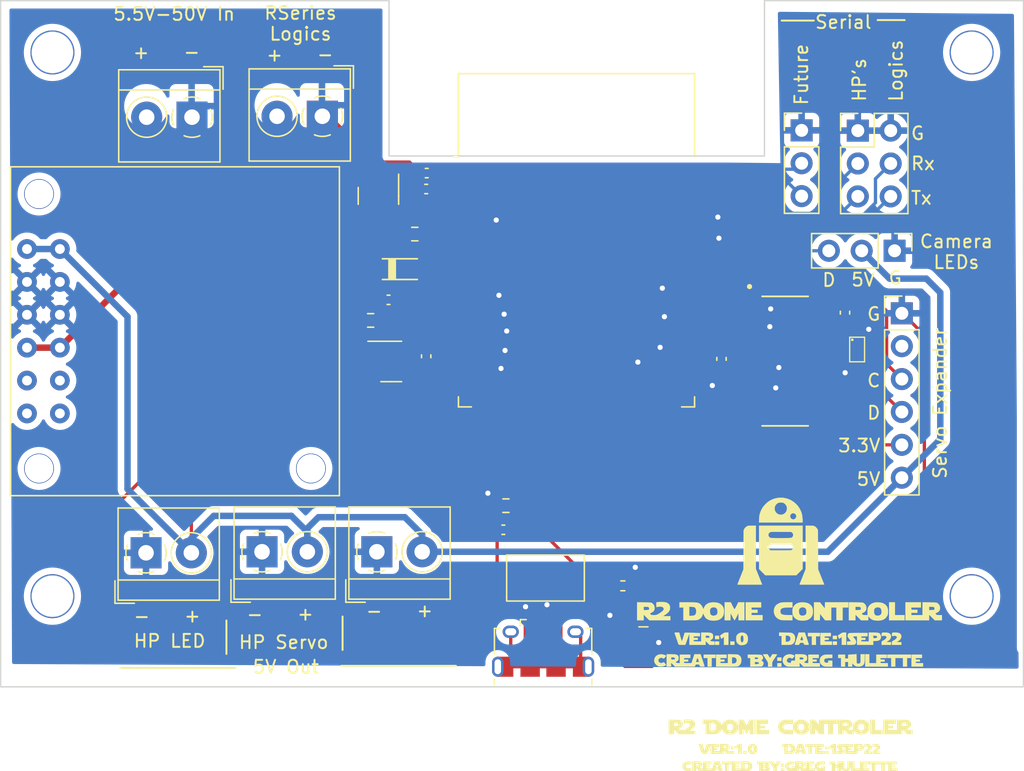
<source format=kicad_pcb>
(kicad_pcb (version 20211014) (generator pcbnew)
  (layers (0 "F.Cu" signal) (1 "In1.Cu" signal) (2 "In2.Cu" signal) (31 "B.Cu" signal) (34 "B.Paste" user) (35 "F.Paste" user) (36 "B.SilkS" user "B.Silkscreen") (37 "F.SilkS" user "F.Silkscreen") (38 "B.Mask" user) (39 "F.Mask" user) (44 "Edge.Cuts" user))
  (net 0 "")
  (net 1 "RX_FU")
  (net 2 "GND")
  (net 3 "+3.3V")
  (net 4 "VIN")
  (net 5 "VBUS")
  (net 8 "ST_LED_C")
  (net 9 "Net-(D1-Pad4)")
  (net 10 "D-")
  (net 11 "D+")
  (net 13 "unconnected-(J1-Pad6)")
  (net 15 "SCL")
  (net 16 "SDA")
  (net 17 "+5V")
  (net 18 "RX_RS")
  (net 19 "RX_HP")
  (net 20 "TX_RS")
  (net 21 "TX_HP")
  (net 22 "CL_D")
  (net 23 "Net-(R3-Pad1)")
  (net 24 "ST_LED_D")
  (net 31 "TX_FU")
  (net 40 "GPIO0")
  (net 45 "TXD0")
  (net 46 "RXD0")
  (net 55 "DTR")
  (net 56 "RTS")
  (net 58 "RESET")
  (net 63 "+12V")
  (footprint "TerminalBlock_4Ucon:TerminalBlock_4Ucon_1x02_P3.50mm_Horizontal" (layer "F.Cu") (at 87.78 66 180)
    (fp_text reference "J5" hide)
    (fp_text value "12IN" hide)
  )
  (footprint "Logos:DomeControllerVersioning" (layer "F.Cu") (at 133.92 105.94)
    (fp_text reference "G***" hide)
    (fp_text value "LOGO" hide)
  )
  (footprint "Capacitor_SMD:C_0402_1005Metric" (layer "F.Cu") (at 138.22 81.1 -90)
    (fp_text reference "C4" hide)
    (fp_text value "10uF" hide)
  )
  (footprint "TerminalBlock_4Ucon:TerminalBlock_4Ucon_1x02_P3.50mm_Horizontal" (layer "F.Cu") (at 93.19 99.57)
    (fp_text reference "J8" hide)
    (fp_text value "HP Servo" hide)
  )
  (footprint "Resistor_SMD:R_0603_1608Metric" (layer "F.Cu") (at 104.99 75.03)
    (fp_text reference "R2" hide)
    (fp_text value "100K" hide)
  )
  (footprint "Resistor_SMD:R_0603_1608Metric" (layer "F.Cu") (at 101.58 81.7)
    (fp_text reference "R3" hide)
    (fp_text value "100K" hide)
  )
  (footprint "Connector_USB:USB_Micro-B_Amphenol_10118194_Horizontal" (layer "F.Cu") (at 114.9 107.15)
    (fp_text reference "J1" hide)
    (fp_text value "USB_B_Micro" hide)
  )
  (footprint "RF_Module:ESP32-WROOM-32" (layer "F.Cu") (at 117.48 78.5)
    (fp_text reference "U1" hide)
    (fp_text value "ESP32-WROOM-32D_16MB_")
  )
  (footprint "Capacitor_SMD:C_0402_1005Metric" (layer "F.Cu") (at 105.87 71.55 180)
    (fp_text reference "C3" hide)
    (fp_text value "100nF" hide)
  )
  (footprint "Capacitor_SMD:C_0402_1005Metric" (layer "F.Cu") (at 102.96 80.11 180)
    (fp_text reference "C5" hide)
    (fp_text value "1uF" hide)
  )
  (footprint "TerminalBlock_4Ucon:TerminalBlock_4Ucon_1x02_P3.50mm_Horizontal" (layer "F.Cu") (at 102.06 99.57)
    (fp_text reference "J9" hide)
    (fp_text value "5V Out" hide)
  )
  (footprint "Capacitor_SMD:C_0402_1005Metric" (layer "F.Cu") (at 105.91 70.32 180)
    (fp_text reference "C2" hide)
    (fp_text value "10uF" hide)
  )
  (footprint "Custom:GT-TC057A-H050-L1" (layer "F.Cu") (at 115.085 101.6)
    (fp_text reference "SW1" hide)
    (fp_text value "SW_Push" hide)
  )
  (footprint "Capacitor_SMD:C_0402_1005Metric" (layer "F.Cu") (at 105.87 84.47 -90)
    (fp_text reference "C7" hide)
    (fp_text value "1uF" hide)
  )
  (footprint "Logos:DomeControllerVersioning1" (layer "F.Cu") (at 134.01 114.52)
    (fp_text reference "G***" hide)
    (fp_text value "LOGO" hide)
  )
  (footprint "Custom:SOD3716X135N" (layer "F.Cu") (at 103.8385 77.7385)
    (fp_text reference "CR1" hide)
    (fp_text value "B5819W-TP" hide)
  )
  (footprint "Symbol:r2" (layer "F.Cu") (at 133.29 98.78)
    (fp_text reference "G***" hide)
    (fp_text value "LOGO" hide)
  )
  (footprint "MountingHole:MountingHole_3.2mm_M3" (layer "F.Cu") (at 77 61)
    (fp_text reference "REF**" hide)
    (fp_text value "MountingHole_3.2mm_M3" hide)
  )
  (footprint "Connector_PinHeader_2.54mm:PinHeader_2x03_P2.54mm_Vertical" (layer "F.Cu") (at 139.21 67.04)
    (fp_text reference "J3" hide)
    (fp_text value "Conn_02x03_Odd_Even" hide)
  )
  (footprint "Package_TO_SOT_SMD:SOT-23" (layer "F.Cu") (at 102.18 72.08 -90)
    (fp_text reference "U2" hide)
    (fp_text value "CJ2301_S1" hide)
  )
  (footprint "MountingHole:MountingHole_3.2mm_M3" (layer "F.Cu") (at 77 103)
    (fp_text reference "REF**" hide)
    (fp_text value "MountingHole_3.2mm_M3" hide)
  )
  (footprint "Connector_PinHeader_2.54mm:PinHeader_1x06_P2.54mm_Vertical" (layer "F.Cu") (at 142.61 81.15)
    (fp_text reference "J2" hide)
    (fp_text value "Servo Header" hide)
  )
  (footprint "Capacitor_SMD:C_0402_1005Metric" (layer "F.Cu") (at 128.68 84.67 -90)
    (fp_text reference "C6" hide)
    (fp_text value "100nF" hide)
  )
  (footprint "LED_SMD:LED-APA102-2020" (layer "F.Cu") (at 121.8 106.77 180)
    (fp_text reference "D1" hide)
    (fp_text value "APA102-2020" hide)
  )
  (footprint "MountingHole:MountingHole_3.2mm_M3" (layer "F.Cu") (at 148 103)
    (fp_text reference "REF**" hide)
    (fp_text value "MountingHole_3.2mm_M3" hide)
  )
  (footprint "Connector_PinHeader_2.54mm:PinHeader_1x03_P2.54mm_Vertical" (layer "F.Cu") (at 142.05 76.32 -90)
    (fp_text reference "J4" hide)
    (fp_text value "Conn_01x03" hide)
  )
  (footprint "MountingHole:MountingHole_3.2mm_M3" (layer "F.Cu") (at 148 61)
    (fp_text reference "REF**" hide)
    (fp_text value "MountingHole_3.2mm_M3" hide)
  )
  (footprint "Connector_PinHeader_2.54mm:PinHeader_1x03_P2.54mm_Vertical" (layer "F.Cu") (at 134.87 67.02)
    (fp_text reference "J10" hide)
    (fp_text value "Conn_01x03" hide)
  )
  (footprint "TerminalBlock_4Ucon:TerminalBlock_4Ucon_1x02_P3.50mm_Horizontal" (layer "F.Cu") (at 84.23 99.65)
    (fp_text reference "J7" hide)
    (fp_text value "HP" hide)
  )
  (footprint "Pololu:D36V50F5-STEPDOWN" (layer "F.Cu") (at 86.465 82.535 -90)
    (fp_text reference "U6" hide)
    (fp_text value "D36V50F5-STEPDOWN" hide)
  )
  (footprint "Resistor_SMD:R_0402_1005Metric" (layer "F.Cu") (at 121.06 102.2)
    (fp_text reference "R4" hide)
    (fp_text value "220" hide)
  )
  (footprint "Capacitor_SMD:C_0402_1005Metric" (layer "F.Cu") (at 111.83 97.87)
    (fp_text reference "C1" hide)
    (fp_text value "100nF" hide)
  )
  (footprint "Custom:UMT6" (layer "F.Cu") (at 139.155 83.9458)
    (fp_text reference "U5" hide)
    (fp_text value "UMH3N" hide)
  )
  (footprint "Custom:SOIC127P600X180-16N" (layer "F.Cu") (at 133.595 84.84)
    (fp_text reference "U4" hide)
    (fp_text value "CH340C" hide)
  )
  (footprint "TerminalBlock_4Ucon:TerminalBlock_4Ucon_1x02_P3.50mm_Horizontal" (layer "F.Cu") (at 97.85 65.93 180)
    (fp_text reference "J6" hide)
    (fp_text value "RSeries Logics" hide)
  )
  (footprint "Package_TO_SOT_SMD:SOT-23-5" (layer "F.Cu") (at 103.17 84.87)
    (fp_text reference "U3" hide)
    (fp_text value "ME6211C33M5G" hide)
  )
  (footprint "Resistor_SMD:R_0603_1608Metric" (layer "F.Cu") (at 112.03 96.01 180)
    (fp_text reference "R1" hide)
    (fp_text value "10K" hide)
  )
  (gr_line (start 99.41 104.57) (end 99.41 107.15) (layer "F.SilkS") (width 0.15))
  (gr_line (start 135.81 58.54) (end 133.33 58.54) (layer "F.SilkS") (width 0.15))
  (gr_line (start 91.12 108.54) (end 82.25 108.54) (layer "F.SilkS") (width 0.15))
  (gr_line (start 90.44 104.88) (end 90.44 107.46) (layer "F.SilkS") (width 0.15))
  (gr_line (start 140.74 58.5) (end 142.83 58.5) (layer "F.SilkS") (width 0.15))
  (gr_line (start 108.165 108.38) (end 99.295 108.38) (layer "F.SilkS") (width 0.15))
  (gr_line (start 103 57) (end 103 69) (layer "Edge.Cuts") (width 0.1))
  (gr_line (start 132 57) (end 152 57) (layer "Edge.Cuts") (width 0.1))
  (gr_line (start 152 57) (end 152 110) (layer "Edge.Cuts") (width 0.1))
  (gr_line (start 152 110) (end 73 110) (layer "Edge.Cuts") (width 0.1))
  (gr_line locked (start 73 57) (end 103 57) (layer "Edge.Cuts") (width 0.1))
  (gr_line (start 73 110) (end 73 57) (layer "Edge.Cuts") (width 0.1))
  (gr_line (start 103 69) (end 132 69) (layer "Edge.Cuts") (width 0.1))
  (gr_line (start 132 69) (end 132 57) (layer "Edge.Cuts") (width 0.1))
  (gr_text "Camera\nLEDs" (at 146.82 76.4) (layer "F.SilkS") (effects (font (size 1 1))))
  (gr_text "5V Out" (at 95.03 108.46) (layer "F.SilkS") (effects (font (size 1 1))))
  (gr_text "HP LED" (at 86.05 106.46) (layer "F.SilkS") (effects (font (size 1 1))))
  (gr_text "Servo Expander" (at 145.56 88.09 90) (layer "F.SilkS") (effects (font (size 1 1))))
  (gr_text "Tx" (at 144.115714 72.24) (layer "F.SilkS") (effects (font (size 1 1))))
  (gr_text "+" (at 87.81 104.66 180) (layer "F.SilkS") (effects (font (size 1 1))))
  (gr_text "+" (at 83.85 60.99) (layer "F.SilkS") (effects (font (size 1 1))))
  (gr_text "-" (at 92.63 104.54 180) (layer "F.SilkS") (effects (font (size 1 1))))
  (gr_text "-" (at 87.76 60.96) (layer "F.SilkS") (effects (font (size 1 1))))
  (gr_text "+" (at 94.16 61.18) (layer "F.SilkS") (effects (font (size 1 1))))
  (gr_text "5V" (at 140.035238 93.96) (layer "F.SilkS") (effects (font (size 1 1))))
  (gr_text "G" (at 142.1 78.41) (layer "F.SilkS") (effects (font (size 1 1))))
  (gr_text "HP Servo" (at 94.86 106.56) (layer "F.SilkS") (effects (font (size 1 1))))
  (gr_text "D" (at 140.44 88.84) (layer "F.SilkS") (effects (font (size 1 1))))
  (gr_text "+" (at 96.54 104.51 180) (layer "F.SilkS") (effects (font (size 1 1))))
  (gr_text "G" (at 140.44 81.21) (layer "F.SilkS") (effects (font (size 1 1))))
  (gr_text "HP's" (at 139.33 63.122858 90) (layer "F.SilkS") (effects (font (size 1 1))))
  (gr_text "5.5V-50V In" (at 86.4 58.03) (layer "F.SilkS") (effects (font (size 1 1))))
  (gr_text "RSeries\nLogics" (at 96.16 58.76) (layer "F.SilkS") (effects (font (size 1 1))))
  (gr_text "Serial" (at 138.09 58.66) (layer "F.SilkS") (effects (font (size 1 1))))
  (gr_text "3.3V" (at 139.320952 91.37) (layer "F.SilkS") (effects (font (size 1 1))))
  (gr_text "Logics" (at 142.16 62.408572 90) (layer "F.SilkS") (effects (font (size 1 1))))
  (gr_text "D" (at 136.98 78.58) (layer "F.SilkS") (effects (font (size 1 1))))
  (gr_text "Rx" (at 144.234762 69.58) (layer "F.SilkS") (effects (font (size 1 1))))
  (gr_text "Future" (at 134.85 62.71 90) (layer "F.SilkS") (effects (font (size 1 1))))
  (gr_text "-" (at 83.9 104.69 180) (layer "F.SilkS") (effects (font (size 1 1))))
  (gr_text "+" (at 105.76 104.25 180) (layer "F.SilkS") (effects (font (size 1 1))))
  (gr_text "5V" (at 139.62 78.56) (layer "F.SilkS") (effects (font (size 1 1))))
  (gr_text "-" (at 98.07 61.15) (layer "F.SilkS") (effects (font (size 1 1))))
  (gr_text "G" (at 143.83 67.25) (layer "F.SilkS") (effects (font (size 1 1))))
  (gr_text "-" (at 101.85 104.28 180) (layer "F.SilkS") (effects (font (size 1 1))))
  (gr_text "C" (at 140.44 86.35) (layer "F.SilkS") (effects (font (size 1 1))))
  (segment (start 108.98 86.755) (end 110.305 86.755) (width 0.254) (layer "F.Cu") (net 1))
  (segment (start 110.305 86.755) (end 111.65 85.41) (width 0.254) (layer "F.Cu") (net 1))
  (via (at 111.65 85.41) (size 0.8) (drill 0.4) (layers "F.Cu" "B.Cu") (net 1))
  (segment (start 109.12 82.88) (end 111.65 85.41) (width 0.254) (layer "B.Cu") (net 1))
  (segment (start 109.12 78.75) (end 109.12 82.88) (width 0.254) (layer "B.Cu") (net 1))
  (segment (start 117.85 70.02) (end 109.12 78.75) (width 0.254) (layer "B.Cu") (net 1))
  (segment (start 134.41 70.02) (end 117.85 70.02) (width 0.254) (layer "B.Cu") (net 1))
  (segment (start 134.87 69.56) (end 134.41 70.02) (width 0.254) (layer "B.Cu") (net 1))
  (segment (start 128.22 87.92) (end 128.25 87.95) (width 0.25) (layer "F.Cu") (net 2))
  (segment (start 138.27 79.52) (end 139.02 80.27) (width 0.254) (layer "F.Cu") (net 2))
  (segment (start 123.303489 108.426511) (end 121.223489 108.426511) (width 0.254) (layer "F.Cu") (net 2))
  (segment (start 108.41848 69.68348) (end 108.98 70.245) (width 0.254) (layer "F.Cu") (net 2))
  (segment (start 116.48 77.745) (end 113.94 80.285) (width 0.25) (layer "F.Cu") (net 2))
  (segment (start 116.48 77.745) (end 116.48 78.155386) (width 0.25) (layer "F.Cu") (net 2))
  (segment (start 104.821122 80.11) (end 106.26 78.671122) (width 0.25) (layer "F.Cu") (net 2))
  (segment (start 105.43 70.31) (end 106.05652 69.68348) (width 0.254) (layer "F.Cu") (net 2))
  (segment (start 116.48 74.995) (end 111.73 70.245) (width 0.25) (layer "F.Cu") (net 2))
  (segment (start 130.005 80.395) (end 130.845 80.395) (width 0.254) (layer "F.Cu") (net 2))
  (segment (start 105.815 75.03) (end 105.39 74.605) (width 0.25) (layer "F.Cu") (net 2))
  (segment (start 116.48 77.745) (end 116.48 74.995) (width 0.25) (layer "F.Cu") (net 2))
  (segment (start 102.0325 84.87) (end 102.416072 84.87) (width 0.25) (layer "F.Cu") (net 2))
  (segment (start 103.44 80.11) (end 104.821122 80.11) (width 0.25) (layer "F.Cu") (net 2))
  (segment (start 119.33 102.555) (end 118.375 101.6) (width 0.254) (layer "F.Cu") (net 2))
  (segment (start 118.375 101.6) (end 116.2 103.775) (width 0.254) (layer "F.Cu") (net 2))
  (segment (start 124.56 107.17) (end 123.303489 108.426511) (width 0.254) (layer "F.Cu") (net 2))
  (segment (start 124.23 87.83) (end 124.79 88.39) (width 0.25) (layer "F.Cu") (net 2))
  (segment (start 127.11 88.39) (end 127.58 87.92) (width 0.25) (layer "F.Cu") (net 2))
  (segment (start 121.23 70.245) (end 125.98 70.245) (width 0.25) (layer "F.Cu") (net 2))
  (segment (start 116.48 74.995) (end 121.23 70.245) (width 0.25) (layer "F.Cu") (net 2))
  (segment (start 128.25 87.95) (end 128.75 87.45) (width 0.25) (layer "F.Cu") (net 2))
  (segment (start 127.58 87.92) (end 128.22 87.92) (width 0.25) (layer "F.Cu") (net 2))
  (segment (start 108.64048 69.90548) (end 108.98 70.245) (width 0.25) (layer "F.Cu") (net 2))
  (segment (start 113.94 84.750978) (end 111.765 86.925978) (width 0.25) (layer "F.Cu") (net 2))
  (segment (start 105.87 85.744022) (end 107.880978 87.755) (width 0.25) (layer "F.Cu") (net 2))
  (segment (start 124.23 85.905386) (end 124.23 87.83) (width 0.25) (layer "F.Cu") (net 2))
  (segment (start 123.4 105.27) (end 123.46 105.33) (width 0.254) (layer "F.Cu") (net 2))
  (segment (start 124.79 88.39) (end 127.11 88.39) (width 0.25) (layer "F.Cu") (net 2))
  (segment (start 142.37 102.7) (end 144.35 100.72) (width 0.254) (layer "F.Cu") (net 2))
  (segment (start 124.286 102.7) (end 142.37 102.7) (width 0.254) (layer "F.Cu") (net 2))
  (segment (start 97.82 65.08) (end 97.82 65.36) (width 0.254) (layer "F.Cu") (net 2))
  (segment (start 113.94 80.285) (end 113.94 84.750978) (width 0.25) (layer "F.Cu") (net 2))
  (segment (start 103.32048 80.22952) (end 103.44 80.11) (width 0.25) (layer "F.Cu") (net 2))
  (segment (start 111.73 70.245) (end 108.98 70.245) (width 0.25) (layer "F.Cu") (net 2))
  (segment (start 105.87 84.95) (end 105.87 85.744022) (width 0.25) (layer "F.Cu") (net 2))
  (segment (start 121.8 105.416978) (end 121.946978 105.27) (width 0.254) (layer "F.Cu") (net 2))
  (segment (start 107.880978 87.755) (end 111.765 87.755) (width 0.25) (layer "F.Cu") (net 2))
  (segment (start 130.845 80.395) (end 131.655 80.395) (width 0.254) (layer "F.Cu") (net 2))
  (segment (start 121.8 105.186) (end 124.286 102.7) (width 0.254) (layer "F.Cu") (net 2))
  (segment (start 128.68 85.15) (end 127.97 85.15) (width 0.254) (layer "F.Cu") (net 2))
  (segment (start 144.35 82.84) (end 142.66 81.15) (width 0.254) (layer "F.Cu") (net 2))
  (segment (start 123.46 105.33) (end 123.66 105.33) (width 0.254) (layer "F.Cu") (net 2))
  (segment (start 106.05652 69.68348) (end 108.41848 69.68348) (width 0.254) (layer "F.Cu") (net 2))
  (segment (start 127.76 84.94) (end 127.76 82.64) (width 0.254) (layer "F.Cu") (net 2))
  (segment (start 142.66 81.15) (end 142.61 81.15) (width 0.254) (layer "F.Cu") (net 2))
  (segment (start 132.53 79.52) (end 138.27 79.52) (width 0.254) (layer "F.Cu") (net 2))
  (segment (start 138.83 81.58) (end 138.22 81.58) (width 0.254) (layer "F.Cu") (net 2))
  (segment (start 114.645 97.87) (end 118.375 101.6) (width 0.254) (layer "F.Cu") (net 2))
  (segment (start 119.33 106.2) (end 119.33 102.555) (width 0.254) (layer "F.Cu") (net 2))
  (segment (start 124.56 106.23) (end 124.56 107.17) (width 0.254) (layer "F.Cu") (net 2))
  (segment (start 128.75 87.45) (end 128.75 85.45) (width 0.25) (layer "F.Cu") (net 2))
  (segment (start 139.02 80.27) (end 139.02 81.39) (width 0.254) (layer "F.Cu") (net 2))
  (segment (start 97.82 65.36) (end 101.93 69.47) (width 0.254) (layer "F.Cu") (net 2))
  (segment (start 121.946978 105.27) (end 123.4 105.27) (width 0.254) (layer "F.Cu") (net 2))
  (segment (start 120.95 108.153022) (end 120.95 107.67) (width 0.254) (layer "F.Cu") (net 2))
  (segment (start 103.32048 83.965592) (end 103.32048 80.22952) (width 0.25) (layer "F.Cu") (net 2))
  (segment (start 120.8 107.67) (end 119.33 106.2) (width 0.254) (layer "F.Cu") (net 2))
  (segment (start 116.48 78.155386) (end 124.23 85.905386) (width 0.25) (layer "F.Cu") (net 2))
  (segment (start 105.43 70.32) (end 105.43 70.31) (width 0.254) (layer "F.Cu") (net 2))
  (segment (start 105.39 74.605) (end 105.39 71.55) (width 0.25) (layer "F.Cu") (net 2))
  (segment (start 121.8 106.18) (end 121.8 105.416978) (width 0.254) (layer "F.Cu") (net 2))
  (segment (start 127.97 85.15) (end 127.76 84.94) (width 0.254) (layer "F.Cu") (net 2))
  (segment (start 144.35 100.72) (end 144.35 82.84) (width 0.254) (layer "F.Cu") (net 2))
  (segment (start 105.43 70.32) (end 105.43 71.51) (width 0.254) (layer "F.Cu") (net 2))
  (segment (start 104.58 69.47) (end 105.43 70.32) (width 0.254) (layer "F.Cu") (net 2))
  (segment (start 112.31 97.87) (end 114.645 97.87) (width 0.254) (layer "F.Cu") (net 2))
  (segment (start 127.76 82.64) (end 130.005 80.395) (width 0.254) (layer "F.Cu") (net 2))
  (segment (start 116.2 103.775) (end 116.2 105.75) (width 0.254) (layer "F.Cu") (net 2))
  (segment (start 131.655 80.395) (end 132.53 79.52) (width 0.254) (layer "F.Cu") (net 2))
  (segment (start 120.95 107.67) (end 120.8 107.67) (width 0.254) (layer "F.Cu") (net 2))
  (segment (start 111.765 86.925978) (end 111.765 87.755) (width 0.25) (layer "F.Cu") (net 2))
  (segment (start 106.26 78.671122) (end 106.26 75.475) (width 0.25) (layer "F.Cu") (net 2))
  (segment (start 123.66 105.33) (end 124.56 106.23) (width 0.254) (layer "F.Cu") (net 2))
  (segment (start 121.8 106.18) (end 121.8 105.186) (width 0.254) (layer "F.Cu") (net 2))
  (segment (start 101.93 69.47) (end 104.58 69.47) (width 0.254) (layer "F.Cu") (net 2))
  (segment (start 121.223489 108.426511) (end 120.95 108.153022) (width 0.254) (layer "F.Cu") (net 2))
  (segment (start 106.26 75.475) (end 105.815 75.03) (width 0.25) (layer "F.Cu") (net 2))
  (segment (start 139.02 81.39) (end 138.83 81.58) (width 0.254) (layer "F.Cu") (net 2))
  (segment (start 105.43 71.51) (end 105.39 71.55) (width 0.254) (layer "F.Cu") (net 2))
  (segment (start 102.416072 84.87) (end 103.32048 83.965592) (width 0.25) (layer "F.Cu") (net 2))
  (segment (start 116.425 92.44) (end 123.07 92.44) (width 0.25) (layer "F.Cu") (net 3))
  (segment (start 105.42048 85.46741) (end 105.42048 87.34048) (width 0.25) (layer "F.Cu") (net 3))
  (segment (start 106.92 72.745978) (end 106.92 81.3075) (width 0.25) (layer "F.Cu") (net 3))
  (segment (start 106.92 81.3075) (end 104.3075 83.92) (width 0.25) (layer "F.Cu") (net 3))
  (segment (start 131.735 84.205) (end 135.545 80.395) (width 0.25) (layer "F.Cu") (net 3))
  (segment (start 108.150978 71.515) (end 106.92 72.745978) (width 0.25) (layer "F.Cu") (net 3))
  (segment (start 104.3075 83.92) (end 104.3075 84.35443) (width 0.25) (layer "F.Cu") (net 3))
  (segment (start 128.68 84.19) (end 130.83 84.19) (width 0.254) (layer "F.Cu") (net 3))
  (segment (start 121.87 107.67) (end 121.8 107.6) (width 0.254) (layer "F.Cu") (net 3))
  (segment (start 130.685089 84.205) (end 130.845 84.205) (width 0.25) (layer "F.Cu") (net 3))
  (segment (start 108.98 71.515) (end 106.385 71.515) (width 0.25) (layer "F.Cu") (net 3))
  (segment (start 108.98 71.515) (end 108.150978 71.515) (width 0.25) (layer "F.Cu") (net 3))
  (segment (start 105.42048 87.34048) (end 112.855 94.775) (width 0.25) (layer "F.Cu") (net 3))
  (segment (start 130.83 84.19) (end 130.845 84.205) (width 0.254) (layer "F.Cu") (net 3))
  (segment (start 135.545 80.395) (end 136.345 80.395) (width 0.25) (layer "F.Cu") (net 3))
  (segment (start 104.3075 84.35443) (end 105.42048 85.46741) (width 0.25) (layer "F.Cu") (net 3))
  (segment (start 124.9 90.61) (end 127.11 90.61) (width 0.25) (layer "F.Cu") (net 3))
  (segment (start 107.585 71.515) (end 106.39 70.32) (width 0.25) (layer "F.Cu") (net 3))
  (segment (start 129.3 85.590089) (end 130.685089 84.205) (width 0.25) (layer "F.Cu") (net 3))
  (segment (start 104.3075 83.92) (end 105.8 83.92) (width 0.25) (layer "F.Cu") (net 3))
  (segment (start 125.6 91.31) (end 142.61 91.31) (width 0.25) (layer "F.Cu") (net 3))
  (segment (start 129.3 88.42) (end 129.3 85.590089) (width 0.25) (layer "F.Cu") (net 3))
  (segment (start 138.22 80.62) (end 136.57 80.62) (width 0.254) (layer "F.Cu") (net 3))
  (segment (start 123.07 92.44) (end 124.9 90.61) (width 0.25) (layer "F.Cu") (net 3))
  (segment (start 122.65 107.67) (end 122.8 107.67) (width 0.254) (layer "F.Cu") (net 3))
  (segment (start 136.57 80.62) (end 136.345 80.395) (width 0.254) (layer "F.Cu") (net 3))
  (segment (start 123.83 106.64) (end 123.83 106.58) (width 0.254) (layer "F.Cu") (net 3))
  (segment (start 122.8 107.67) (end 123.83 106.64) (width 0.254) (layer "F.Cu") (net 3))
  (segment (start 108.98 71.515) (end 107.585 71.515) (width 0.25) (layer "F.Cu") (net 3))
  (segment (start 124.9 90.61) (end 125.6 91.31) (width 0.25) (layer "F.Cu") (net 3))
  (segment (start 105.8 83.92) (end 105.87 83.99) (width 0.25) (layer "F.Cu") (net 3))
  (segment (start 112.855 96.01) (end 116.425 92.44) (width 0.25) (layer "F.Cu") (net 3))
  (segment (start 127.11 90.61) (end 129.3 88.42) (width 0.25) (layer "F.Cu") (net 3))
  (segment (start 106.385 71.515) (end 106.35 71.55) (width 0.25) (layer "F.Cu") (net 3))
  (segment (start 122.65 107.67) (end 121.87 107.67) (width 0.254) (layer "F.Cu") (net 3))
  (segment (start 112.855 94.775) (end 112.855 96.01) (width 0.25) (layer "F.Cu") (net 3))
  (segment (start 130.845 84.205) (end 131.735 84.205) (width 0.25) (layer "F.Cu") (net 3))
  (via (at 123.83 106.58) (size 0.8) (drill 0.4) (layers "F.Cu" "B.Cu") (net 3))
  (segment (start 101.23 71.1425) (end 101.721428 71.1425) (width 0.25) (layer "F.Cu") (net 4))
  (segment (start 102.405 80.185) (end 102.48 80.11) (width 0.25) (layer "F.Cu") (net 4))
  (segment (start 102.80452 72.225592) (end 102.80452 77.13418) (width 0.25) (layer "F.Cu") (net 4))
  (segment (start 101.721428 71.1425) (end 102.80452 72.225592) (width 0.25) (layer "F.Cu") (net 4))
  (segment (start 102.48 78.0183) (end 102.2002 77.7385) (width 0.25) (layer "F.Cu") (net 4))
  (segment (start 102.80452 77.13418) (end 102.2002 77.7385) (width 0.25) (layer "F.Cu") (net 4))
  (segment (start 102.0325 82.0725) (end 102.405 81.7) (width 0.25) (layer "F.Cu") (net 4))
  (segment (start 102.405 81.7) (end 102.405 80.185) (width 0.25) (layer "F.Cu") (net 4))
  (segment (start 102.48 80.11) (end 102.48 78.0183) (width 0.25) (layer "F.Cu") (net 4))
  (segment (start 102.0325 83.92) (end 102.0325 82.0725) (width 0.25) (layer "F.Cu") (net 4))
  (segment (start 98.491099 72.47) (end 100.882619 70.07848) (width 0.254) (layer "F.Cu") (net 5))
  (segment (start 104.165 72.1775) (end 104.165 75.03) (width 0.25) (layer "F.Cu") (net 5))
  (segment (start 87.27648 91.99352) (end 87.27648 76.73352) (width 0.254) (layer "F.Cu") (net 5))
  (segment (start 84.41 93.48) (end 85.79 93.48) (width 0.254) (layer "F.Cu") (net 5))
  (segment (start 112.105 103.78) (end 83.44 103.78) (width 0.254) (layer "F.Cu") (net 5))
  (segment (start 85.79 93.48) (end 87.27648 91.99352) (width 0.254) (layer "F.Cu") (net 5))
  (segment (start 104.165 75.03) (end 105.4768 76.3418) (width 0.25) (layer "F.Cu") (net 5))
  (segment (start 87.27648 76.73352) (end 91.54 72.47) (width 0.254) (layer "F.Cu") (net 5))
  (segment (start 113.6 105.75) (end 113.6 105.275) (width 0.254) (layer "F.Cu") (net 5))
  (segment (start 81.09 96.8) (end 84.41 93.48) (width 0.254) (layer "F.Cu") (net 5))
  (segment (start 81.09 101.43) (end 81.09 96.8) (width 0.254) (layer "F.Cu") (net 5))
  (segment (start 91.54 72.47) (end 98.491099 72.47) (width 0.254) (layer "F.Cu") (net 5))
  (segment (start 102.06798 70.08048) (end 103.13 71.1425) (width 0.25) (layer "F.Cu") (net 5))
  (segment (start 113.6 105.275) (end 112.105 103.78) (width 0.254) (layer "F.Cu") (net 5))
  (segment (start 103.13 71.1425) (end 104.165 72.1775) (width 0.25) (layer "F.Cu") (net 5))
  (segment (start 100.883448 70.08048) (end 102.06798 70.08048) (width 0.25) (layer "F.Cu") (net 5))
  (segment (start 105.4768 76.3418) (end 105.4768 77.7385) (width 0.25) (layer "F.Cu") (net 5))
  (segment (start 83.44 103.78) (end 81.09 101.43) (width 0.254) (layer "F.Cu") (net 5))
  (segment (start 124.185 79.135) (end 124.11 79.21) (width 0.254) (layer "F.Cu") (net 8))
  (segment (start 120.7 106.77) (end 120.06 106.13) (width 0.254) (layer "F.Cu") (net 8))
  (segment (start 120.95 106.77) (end 120.7 106.77) (width 0.254) (layer "F.Cu") (net 8))
  (segment (start 125.98 79.135) (end 124.185 79.135) (width 0.254) (layer "F.Cu") (net 8))
  (segment (start 120.06 106.13) (end 120.06 104.48) (width 0.254) (layer "F.Cu") (net 8))
  (via (at 124.11 79.21) (size 0.8) (drill 0.4) (layers "F.Cu" "B.Cu") (net 8))
  (via (at 120.06 104.48) (size 0.8) (drill 0.4) (layers "F.Cu" "B.Cu") (net 8))
  (segment (start 120.55 102.2) (end 120.95 102.6) (width 0.254) (layer "F.Cu") (net 9))
  (segment (start 120.95 102.6) (end 120.95 105.87) (width 0.254) (layer "F.Cu") (net 9))
  (segment (start 114.25 105.75) (end 114.25 104.52) (width 0.254) (layer "F.Cu") (net 10))
  (segment (start 132.705 86.745) (end 132.87 86.91) (width 0.2) (layer "F.Cu") (net 10))
  (segment (start 114.25 104.52) (end 113.545 103.815) (width 0.254) (layer "F.Cu") (net 10))
  (segment (start 130.845 86.745) (end 132.705 86.745) (width 0.2) (layer "F.Cu") (net 10))
  (segment (start 113.545 103.815) (end 113.54 103.81) (width 0.254) (layer "F.Cu") (net 10))
  (via (at 132.87 86.91) (size 0.8) (drill 0.4) (layers "F.Cu" "B.Cu") (net 10))
  (via (at 113.545 103.815) (size 0.8) (drill 0.4) (layers "F.Cu" "B.Cu") (net 10))
  (segment (start 130.845 85.475) (end 132.975 85.475) (width 0.2) (layer "F.Cu") (net 11))
  (segment (start 114.9 103.96) (end 115.2 103.66) (width 0.254) (layer "F.Cu") (net 11))
  (segment (start 114.9 105.75) (end 114.9 103.96) (width 0.254) (layer "F.Cu") (net 11))
  (segment (start 132.975 85.475) (end 133.11 85.34) (width 0.2) (layer "F.Cu") (net 11))
  (via (at 133.11 85.34) (size 0.8) (drill 0.4) (layers "F.Cu" "B.Cu") (net 11))
  (via (at 115.2 103.66) (size 0.8) (drill 0.4) (layers "F.Cu" "B.Cu") (net 11))
  (segment (start 113.9 108.45) (end 115.9 108.45) (width 0.254) (layer "F.Cu") (net 13))
  (segment (start 112.4 108.05) (end 112 108.45) (width 0.254) (layer "F.Cu") (net 13))
  (segment (start 117.8 108.45) (end 117.8 106.15) (width 0.254) (layer "F.Cu") (net 13))
  (segment (start 115.9 108.45) (end 117.8 108.45) (width 0.254) (layer "F.Cu") (net 13))
  (segment (start 117.8 106.15) (end 117.4 105.75) (width 0.254) (layer "F.Cu") (net 13))
  (segment (start 112.4 105.75) (end 112.4 108.05) (width 0.254) (layer "F.Cu") (net 13))
  (segment (start 112 108.45) (end 113.9 108.45) (width 0.254) (layer "F.Cu") (net 13))
  (segment (start 141.433489 85.053489) (end 142.61 86.23) (width 0.254) (layer "F.Cu") (net 15))
  (segment (start 129.185 72.785) (end 134.35 77.95) (width 0.254) (layer "F.Cu") (net 15))
  (segment (start 138.78 78.32) (end 141.433489 80.973489) (width 0.254) (layer "F.Cu") (net 15))
  (segment (start 125.98 72.785) (end 129.185 72.785) (width 0.254) (layer "F.Cu") (net 15))
  (segment (start 137.22 77.95) (end 137.59 78.32) (width 0.254) (layer "F.Cu") (net 15))
  (segment (start 141.433489 80.973489) (end 141.433489 85.053489) (width 0.254) (layer "F.Cu") (net 15))
  (segment (start 137.59 78.32) (end 138.78 78.32) (width 0.254) (layer "F.Cu") (net 15))
  (segment (start 134.35 77.95) (end 137.22 77.95) (width 0.254) (layer "F.Cu") (net 15))
  (segment (start 138.18352 78.77352) (end 140.979969 81.569969) (width 0.254) (layer "F.Cu") (net 16))
  (segment (start 140.979969 81.569969) (end 140.979969 87.139969) (width 0.254) (layer "F.Cu") (net 16))
  (segment (start 132.353626 76.595) (end 134.532146 78.77352) (width 0.254) (layer "F.Cu") (net 16))
  (segment (start 140.979969 87.139969) (end 142.61 88.77) (width 0.254) (layer "F.Cu") (net 16))
  (segment (start 134.532146 78.77352) (end 138.18352 78.77352) (width 0.254) (layer "F.Cu") (net 16))
  (segment (start 125.98 76.595) (end 132.353626 76.595) (width 0.254) (layer "F.Cu") (net 16))
  (segment (start 87.73 77.03) (end 87.73 99.65) (width 0.254) (layer "F.Cu") (net 17))
  (segment (start 91.7425 73.0175) (end 87.73 77.03) (width 0.254) (layer "F.Cu") (net 17))
  (segment (start 102.18 73.0175) (end 91.7425 73.0175) (width 0.254) (layer "F.Cu") (net 17))
  (segment (start 75.035 76.185) (end 77.575 76.185) (width 0.5) (layer "B.Cu") (net 17))
  (segment (start 97.55 96.9) (end 104.22 96.9) (width 0.5) (layer "B.Cu") (net 17))
  (segment (start 87.73 98.53) (end 89.46 96.8) (width 0.5) (layer "B.Cu") (net 17))
  (segment (start 136.89 99.57) (end 142.61 93.85) (width 0.5) (layer "B.Cu") (net 17))
  (segment (start 96.69 97.76) (end 97.55 96.9) (width 0.5) (layer "B.Cu") (net 17))
  (segment (start 145.58 90.88) (end 145.58 79.55) (width 0.5) (layer "B.Cu") (net 17))
  (segment (start 104.22 96.9) (end 105.56 98.24) (width 0.5) (layer "B.Cu") (net 17))
  (segment (start 145.58 79.55) (end 144.5 78.47) (width 0.5) (layer "B.Cu") (net 17))
  (segment (start 105.56 98.24) (end 105.56 99.57) (width 0.5) (layer "B.Cu") (net 17))
  (segment (start 87.73 99.65) (end 87.73 98.53) (width 0.5) (layer "B.Cu") (net 17))
  (segment (start 144.5 78.47) (end 141.66 78.47) (width 0.5) (layer "B.Cu") (net 17))
  (segment (start 82.8 94.72) (end 87.73 99.65) (width 0.5) (layer "B.Cu") (net 17))
  (segment (start 96.69 99.57) (end 96.69 97.76) (width 0.5) (layer "B.Cu") (net 17))
  (segment (start 95.46 96.8) (end 96.69 98.03) (width 0.5) (layer "B.Cu") (net 17))
  (segment (start 77.575 76.185) (end 82.8 81.41) (width 0.5) (layer "B.Cu") (net 17))
  (segment (start 89.46 96.8) (end 95.46 96.8) (width 0.5) (layer "B.Cu") (net 17))
  (segment (start 142.61 93.85) (end 145.58 90.88) (width 0.5) (layer "B.Cu") (net 17))
  (segment (start 105.56 99.57) (end 136.89 99.57) (width 0.5) (layer "B.Cu") (net 17))
  (segment (start 141.66 78.47) (end 139.51 76.32) (width 0.5) (layer "B.Cu") (net 17))
  (segment (start 96.69 98.03) (end 96.69 99.57) (width 0.5) (layer "B.Cu") (net 17))
  (segment (start 82.8 81.41) (end 82.8 94.72) (width 0.5) (layer "B.Cu") (net 17))
  (segment (start 108.98 81.675) (end 110.234 81.675) (width 0.254) (layer "F.Cu") (net 18))
  (segment (start 110.234 81.675) (end 111.49 80.419) (width 0.254) (layer "F.Cu") (net 18))
  (segment (start 111.49 80.419) (end 111.49 79.76) (width 0.254) (layer "F.Cu") (net 18))
  (via (at 111.49 79.76) (size 0.8) (drill 0.4) (layers "F.Cu" "B.Cu") (net 18))
  (segment (start 136.57 72.89) (end 136.57 72.22) (width 0.254) (layer "B.Cu") (net 18))
  (segment (start 136.02 73.44) (end 136.57 72.89) (width 0.254) (layer "B.Cu") (net 18))
  (segment (start 111.49 79.76) (end 120.02 71.23) (width 0.254) (layer "B.Cu") (net 18))
  (segment (start 120.02 71.23) (end 131.4 71.23) (width 0.254) (layer "B.Cu") (net 18))
  (segment (start 136.57 72.22) (end 139.21 69.58) (width 0.254) (layer "B.Cu") (net 18))
  (segment (start 131.4 71.23) (end 133.61 73.44) (width 0.254) (layer "B.Cu") (net 18))
  (segment (start 133.61 73.44) (end 136.02 73.44) (width 0.254) (layer "B.Cu") (net 18))
  (segment (start 121.925 85.215) (end 122.22 84.92) (width 0.254) (layer "F.Cu") (net 19))
  (segment (start 121.925 87.755) (end 121.925 85.215) (width 0.254) (layer "F.Cu") (net 19))
  (via (at 122.22 84.92) (size 0.8) (drill 0.4) (layers "F.Cu" "B.Cu") (net 19))
  (segment (start 140.573489 72.607328) (end 140.573489 70.756511) (width 0.254) (layer "B.Cu") (net 19))
  (segment (start 138.833777 74.34704) (end 140.573489 72.607328) (width 0.254) (layer "B.Cu") (net 19))
  (segment (start 122.22 84.92) (end 122.22 74.04) (width 0.254) (layer "B.Cu") (net 19))
  (segment (start 133.234292 74.34704) (end 138.833777 74.34704) (width 0.254) (layer "B.Cu") (net 19))
  (segment (start 131.300772 72.41352) (end 133.234292 74.34704) (width 0.254) (layer "B.Cu") (net 19))
  (segment (start 122.22 74.04) (end 123.84648 72.41352) (width 0.254) (layer "B.Cu") (net 19))
  (segment (start 140.573489 70.756511) (end 141.75 69.58) (width 0.254) (layer "B.Cu") (net 19))
  (segment (start 123.84648 72.41352) (end 131.300772 72.41352) (width 0.254) (layer "B.Cu") (net 19))
  (segment (start 108.98 82.945) (end 110.165 82.945) (width 0.254) (layer "F.Cu") (net 20))
  (segment (start 110.165 82.945) (end 111.89 81.22) (width 0.254) (layer "F.Cu") (net 20))
  (via (at 111.89 81.22) (size 0.8) (drill 0.4) (layers "F.Cu" "B.Cu") (net 20))
  (segment (start 133.422146 73.89352) (end 131.488626 71.96) (width 0.254) (layer "B.Cu") (net 20))
  (segment (start 137.43648 73.89352) (end 133.422146 73.89352) (width 0.254) (layer "B.Cu") (net 20))
  (segment (start 139.21 72.12) (end 137.43648 73.89352) (width 0.254) (layer "B.Cu") (net 20))
  (segment (start 121.15 71.96) (end 111.89 81.22) (width 0.254) (layer "B.Cu") (net 20))
  (segment (start 131.488626 71.96) (end 121.15 71.96) (width 0.254) (layer "B.Cu") (net 20))
  (segment (start 125.98 84.215) (end 124.375 84.215) (width 0.254) (layer "F.Cu") (net 21))
  (segment (start 124.375 84.215) (end 123.94 83.78) (width 0.254) (layer "F.Cu") (net 21))
  (via (at 123.94 83.78) (size 0.8) (drill 0.4) (layers "F.Cu" "B.Cu") (net 21))
  (segment (start 124.25296 72.86704) (end 131.112918 72.86704) (width 0.254) (layer "B.Cu") (net 21))
  (segment (start 123.49 83.78) (end 122.67352 82.96352) (width 0.254) (layer "B.Cu") (net 21))
  (segment (start 122.67352 82.96352) (end 122.67352 74.44648) (width 0.254) (layer "B.Cu") (net 21))
  (segment (start 123.94 83.78) (end 123.49 83.78) (width 0.254) (layer "B.Cu") (net 21))
  (segment (start 131.112918 72.86704) (end 133.046438 74.80056) (width 0.254) (layer "B.Cu") (net 21))
  (segment (start 139.06944 74.80056) (end 141.75 72.12) (width 0.254) (layer "B.Cu") (net 21))
  (segment (start 122.67352 74.44648) (end 124.25296 72.86704) (width 0.254) (layer "B.Cu") (net 21))
  (segment (start 133.046438 74.80056) (end 139.06944 74.80056) (width 0.254) (layer "B.Cu") (net 21))
  (segment (start 110.395 84.215) (end 112.09 82.52) (width 0.254) (layer "F.Cu") (net 22))
  (segment (start 108.98 84.215) (end 110.395 84.215) (width 0.254) (layer "F.Cu") (net 22))
  (via (at 112.09 82.52) (size 0.8) (drill 0.4) (layers "F.Cu" "B.Cu") (net 22))
  (segment (start 115.83 86.26) (end 112.09 82.52) (width 0.254) (layer "B.Cu") (net 22))
  (segment (start 136.97 76.32) (end 135.31 76.32) (width 0.254) (layer "B.Cu") (net 22))
  (segment (start 133.206511 82.417053) (end 132.713269 82.910295) (width 0.254) (layer "B.Cu") (net 22))
  (segment (start 123.34 86.26) (end 115.83 86.26) (width 0.254) (layer "B.Cu") (net 22))
  (segment (start 135.31 76.32) (end 133.206511 78.423489) (width 0.254) (layer "B.Cu") (net 22))
  (segment (start 132.713269 82.910295) (end 126.689705 82.910295) (width 0.254) (layer "B.Cu") (net 22))
  (segment (start 133.206511 78.423489) (end 133.206511 82.417053) (width 0.254) (layer "B.Cu") (net 22))
  (segment (start 126.689705 82.910295) (end 123.34 86.26) (width 0.254) (layer "B.Cu") (net 22))
  (segment (start 100.755 84.926072) (end 100.755 81.7) (width 0.25) (layer "F.Cu") (net 23))
  (segment (start 102.0325 85.82) (end 101.648928 85.82) (width 0.25) (layer "F.Cu") (net 23))
  (segment (start 101.648928 85.82) (end 100.755 84.926072) (width 0.25) (layer "F.Cu") (net 23))
  (segment (start 125.275 80.405) (end 124.27 81.41) (width 0.254) (layer "F.Cu") (net 24))
  (segment (start 121.57 102.2) (end 121.57 101.22) (width 0.254) (layer "F.Cu") (net 24))
  (segment (start 125.98 80.405) (end 125.275 80.405) (width 0.254) (layer "F.Cu") (net 24))
  (segment (start 121.57 101.22) (end 122.02 100.77) (width 0.254) (layer "F.Cu") (net 24))
  (via (at 124.27 81.41) (size 0.8) (drill 0.4) (layers "F.Cu" "B.Cu") (net 24))
  (via (at 122.02 100.77) (size 0.8) (drill 0.4) (layers "F.Cu" "B.Cu") (net 24))
  (segment (start 108.98 85.485) (end 110.495 85.485) (width 0.254) (layer "F.Cu") (net 31))
  (segment (start 110.495 85.485) (end 111.96 84.02) (width 0.254) (layer "F.Cu") (net 31))
  (via (at 111.96 84.02) (size 0.8) (drill 0.4) (layers "F.Cu" "B.Cu") (net 31))
  (segment (start 110.763489 82.823489) (end 110.763489 79.456511) (width 0.254) (layer "B.Cu") (net 31))
  (segment (start 133.44 70.67) (end 134.87 72.1) (width 0.254) (layer "B.Cu") (net 31))
  (segment (start 111.96 84.02) (end 110.763489 82.823489) (width 0.254) (layer "B.Cu") (net 31))
  (segment (start 119.55 70.67) (end 133.44 70.67) (width 0.254) (layer "B.Cu") (net 31))
  (segment (start 110.763489 79.456511) (end 119.55 70.67) (width 0.254) (layer "B.Cu") (net 31))
  (segment (start 127.845 86.755) (end 127.97 86.73) (width 0.254) (layer "F.Cu") (net 40))
  (segment (start 138.23 85.74) (end 138.24 85.75) (width 0.254) (layer "F.Cu") (net 40))
  (segment (start 125.98 86.755) (end 127.845 86.755) (width 0.254) (layer "F.Cu") (net 40))
  (segment (start 127.97 86.73) (end 127.86 86.74) (width 0.254) (layer "F.Cu") (net 40))
  (segment (start 138.23 84.5958) (end 138.23 85.74) (width 0.254) (layer "F.Cu") (net 40))
  (via (at 127.97 86.73) (size 0.8) (drill 0.4) (layers "F.Cu" "B.Cu") (net 40))
  (via (at 138.23 85.74) (size 0.8) (drill 0.4) (layers "F.Cu" "B.Cu") (net 40))
  (segment (start 128.93 85.77) (end 128.93 84.83) (width 0.254) (layer "B.Cu") (net 40))
  (segment (start 127.97 86.73) (end 128.93 85.77) (width 0.254) (layer "B.Cu") (net 40))
  (segment (start 136.69 84.2) (end 138.23 85.74) (width 0.254) (layer "B.Cu") (net 40))
  (segment (start 129.56 84.2) (end 136.69 84.2) (width 0.254) (layer "B.Cu") (net 40))
  (segment (start 128.93 84.83) (end 129.56 84.2) (width 0.254) (layer "B.Cu") (net 40))
  (segment (start 131.635 82.935) (end 132.412337 82.183784) (width 0.254) (layer "F.Cu") (net 45))
  (segment (start 125.98 75.325) (end 128.455 75.325) (width 0.254) (layer "F.Cu") (net 45))
  (segment (start 132.412337 82.183784) (end 132.38 82.19) (width 0.254) (layer "F.Cu") (net 45))
  (segment (start 130.845 82.935) (end 131.635 82.935) (width 0.254) (layer "F.Cu") (net 45))
  (segment (start 128.455 75.325) (end 128.48 75.35) (width 0.254) (layer "F.Cu") (net 45))
  (via (at 128.48 75.35) (size 0.8) (drill 0.4) (layers "F.Cu" "B.Cu") (net 45))
  (via (at 132.412337 82.183784) (size 0.8) (drill 0.4) (layers "F.Cu" "B.Cu") (net 45))
  (segment (start 128.48 78.251447) (end 132.412337 82.183784) (width 0.254) (layer "B.Cu") (net 45))
  (segment (start 128.48 75.35) (end 128.48 78.251447) (width 0.254) (layer "B.Cu") (net 45))
  (segment (start 131.625 81.665) (end 132.48 80.81) (width 0.254) (layer "F.Cu") (net 46))
  (segment (start 128.4 73.72) (end 128.41 73.71) (width 0.254) (layer "F.Cu") (net 46))
  (segment (start 125.98 74.055) (end 128.065 74.055) (width 0.254) (layer "F.Cu") (net 46))
  (segment (start 128.065 74.055) (end 128.4 73.72) (width 0.254) (layer "F.Cu") (net 46))
  (segment (start 130.845 81.665) (end 131.625 81.665) (width 0.254) (layer "F.Cu") (net 46))
  (via (at 132.48 80.81) (size 0.8) (drill 0.4) (layers "F.Cu" "B.Cu") (net 46))
  (via (at 128.4 73.72) (size 0.8) (drill 0.4) (layers "F.Cu" "B.Cu") (net 46))
  (segment (start 132.48 77.8) (end 132.48 80.81) (width 0.254) (layer "B.Cu") (net 46))
  (segment (start 128.4 73.72) (end 132.48 77.8) (width 0.254) (layer "B.Cu") (net 46))
  (segment (start 136.6042 83.9458) (end 138.23 83.9458) (width 0.254) (layer "F.Cu") (net 55))
  (segment (start 139.283022 84.5958) (end 138.633022 83.9458) (width 0.254) (layer "F.Cu") (net 55))
  (segment (start 140.08 84.5958) (end 139.283022 84.5958) (width 0.254) (layer "F.Cu") (net 55))
  (segment (start 138.633022 83.9458) (end 138.23 83.9458) (width 0.254) (layer "F.Cu") (net 55))
  (segment (start 136.345 84.205) (end 136.6042 83.9458) (width 0.254) (layer "F.Cu") (net 55))
  (segment (start 140.08 83.9458) (end 139.6858 83.9458) (width 0.254) (layer "F.Cu") (net 56))
  (segment (start 139.6858 83.9458) (end 139.0358 83.2958) (width 0.254) (layer "F.Cu") (net 56))
  (segment (start 138.23 83.2958) (end 136.7058 83.2958) (width 0.254) (layer "F.Cu") (net 56))
  (segment (start 139.0358 83.2958) (end 138.23 83.2958) (width 0.254) (layer "F.Cu") (net 56))
  (segment (start 136.7058 83.2958) (end 136.345 82.935) (width 0.254) (layer "F.Cu") (net 56))
  (segment (start 108.98 72.785) (end 110.115 72.785) (width 0.254) (layer "F.Cu") (net 58))
  (segment (start 111.795 101.6) (end 111.35 101.155) (width 0.254) (layer "F.Cu") (net 58))
  (segment (start 140.08 83.2958) (end 140.08 82.41) (width 0.254) (layer "F.Cu") (net 58))
  (segment (start 110.115 72.785) (end 111.28 73.95) (width 0.254) (layer "F.Cu") (net 58))
  (segment (start 110.635 95.045) (end 110.62 95.03) (width 0.254) (layer "F.Cu") (net 58))
  (segment (start 111.205 95.615) (end 110.635 95.045) (width 0.254) (layer "F.Cu") (net 58))
  (segment (start 111.35 97.87) (end 111.35 96.155) (width 0.254) (layer "F.Cu") (net 58))
  (segment (start 111.28 73.95) (end 111.29 73.96) (width 0.254) (layer "F.Cu") (net 58))
  (segment (start 111.205 96.01) (end 111.205 95.615) (width 0.254) (layer "F.Cu") (net 58))
  (segment (start 140.08 82.41) (end 140.055 82.385) (width 0.254) (layer "F.Cu") (net 58))
  (segment (start 140.055 82.385) (end 140.03 82.36) (width 0.254) (layer "F.Cu") (net 58))
  (segment (start 111.35 96.155) (end 111.205 96.01) (width 0.254) (layer "F.Cu") (net 58))
  (segment (start 111.35 101.155) (end 111.35 97.87) (width 0.254) (layer "F.Cu") (net 58))
  (via (at 110.635 95.045) (size 0.8) (drill 0.4) (layers "F.Cu" "B.Cu") (net 58))
  (via (at 111.28 73.95) (size 0.8) (drill 0.4) (layers "F.Cu" "B.Cu") (net 58))
  (via (at 140.055 82.385) (size 0.8) (drill 0.4) (layers "F.Cu" "B.Cu") (net 58))
  (segment (start 107.76 93.36) (end 109.445 95.045) (width 0.254) (layer "B.Cu") (net 58))
  (segment (start 122.215 95.045) (end 110.635 95.045) (width 0.254) (layer "B.Cu") (net 58))
  (segment (start 126.47 86.648626) (end 126.47 89.32) (width 0.254) (layer "B.Cu") (net 58))
  (segment (start 109.445 95.045) (end 110.635 95.045) (width 0.254) (layer "B.Cu") (net 58))
  (segment (start 107.76 76.18) (end 107.76 93.36) (width 0.254) (layer "B.Cu") (net 58))
  (segment (start 111.28 73.95) (end 109.66 75.57) (width 0.254) (layer "B.Cu") (net 58))
  (segment (start 140.055 82.385) (end 138.78 83.66) (width 0.254) (layer "B.Cu") (net 58))
  (segment (start 124.49 91.3) (end 124.49 92.77) (width 0.254) (layer "B.Cu") (net 58))
  (segment (start 108.37 75.57) (end 107.76 76.18) (width 0.254) (layer "B.Cu") (net 58))
  (segment (start 129.458626 83.66) (end 126.47 86.648626) (width 0.254) (layer "B.Cu") (net 58))
  (segment (start 138.78 83.66) (end 129.458626 83.66) (width 0.254) (layer "B.Cu") (net 58))
  (segment (start 109.66 75.57) (end 108.37 75.57) (width 0.254) (layer "B.Cu") (net 58))
  (segment (start 124.49 92.77) (end 122.215 95.045) (width 0.254) (layer "B.Cu") (net 58))
  (segment (start 126.47 89.32) (end 124.49 91.3) (width 0.254) (layer "B.Cu") (net 58))
  (segment (start 77.575 83.805) (end 75.035 83.805) (width 0.5) (layer "F.Cu") (net 63))
  (segment (start 84.25 77.13) (end 84.25 65.15) (width 0.5) (layer "F.Cu") (net 63))
  (segment (start 84.25 65.15) (end 84.25 65.41) (width 0.5) (layer "F.Cu") (net 63))
  (segment (start 86.03 68.01) (end 92.27 68.01) (width 0.5) (layer "F.Cu") (net 63))
  (segment (start 92.27 68.01) (end 94.35 65.93) (width 0.5) (layer "F.Cu") (net 63))
  (segment (start 77.575 83.805) (end 84.25 77.13) (width 0.5) (layer "F.Cu") (net 63))
  (segment (start 84.28 66.26) (end 86.03 68.01) (width 0.5) (layer "F.Cu") (net 63))
  (zone (net 2) (net_name "GND") (layer "B.Cu") (connect_pads (clearance 0.508)) (min_thickness 0.254) (fill yes (thermal_gap 0.508) (thermal_bridge_width 0.508))
    (polygon (pts (xy 102.94 69.24) (xy 133.23 69.55) (xy 133.03 57.86) (xy 151.27 58.02) (xy 151.63 108.6) (xy 73.88 108.24) (xy 73.68 57.61) (xy 102.74 57.61)))
  )
)
</source>
